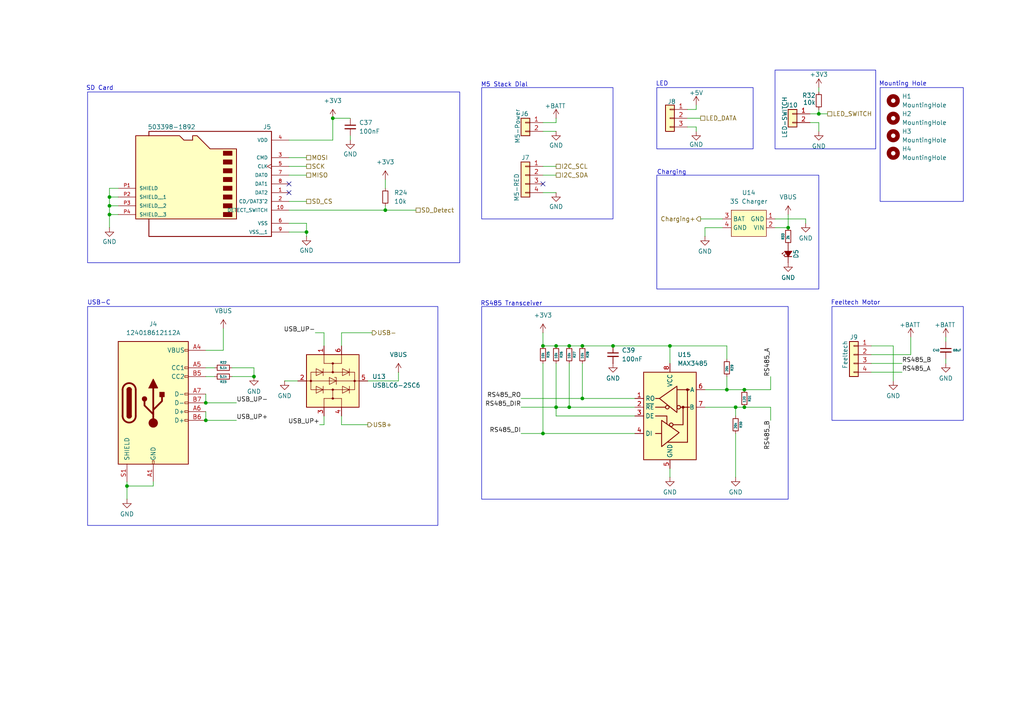
<source format=kicad_sch>
(kicad_sch (version 20250114) (generator "eeschema") (generator_version "9.0")
  (paper "A4")
  (title_block (title "Smart Key Cutter") (date "2025-05-21") (rev "1") (company "Ingenium Engineering Solutions") (comment 1 "Purak Patel"))
  (lib_symbols
    (symbol "Connector_Generic:Conn_01x02" (pin_names (offset 1.016) (hide yes))
      (property "Reference" "J" (at 0 2.54 0))
      (property "Value" "Conn_01x02" (at 0 -5.08 0))
      (symbol "Conn_01x02_1_1"
        (rectangle (start -1.27 1.27) (end 1.27 -3.81) (stroke (width 0.254)) (fill (type background)))
        (rectangle (start -1.27 0.127) (end 0 -0.127) (stroke (width 0.1524)))
        (rectangle (start -1.27 -2.413) (end 0 -2.667) (stroke (width 0.1524)))
        (pin passive line (at -5.08 0 0) (length 3.81) (name "Pin_1") (number "1"))
        (pin passive line (at -5.08 -2.54 0) (length 3.81) (name "Pin_2") (number "2"))
      )
    )
    (symbol "Connector_Generic:Conn_01x03" (pin_names (offset 1.016) (hide yes))
      (property "Reference" "J" (at 0 5.08 0))
      (property "Value" "Conn_01x03" (at 0 -5.08 0))
      (symbol "Conn_01x03_1_1"
        (rectangle (start -1.27 3.81) (end 1.27 -3.81) (stroke (width 0.254)) (fill (type background)))
        (rectangle (start -1.27 2.667) (end 0 2.413) (stroke (width 0.1524)))
        (rectangle (start -1.27 0.127) (end 0 -0.127) (stroke (width 0.1524)))
        (rectangle (start -1.27 -2.413) (end 0 -2.667) (stroke (width 0.1524)))
        (pin passive line (at -5.08 2.54 0) (length 3.81) (name "Pin_1") (number "1"))
        (pin passive line (at -5.08 0 0) (length 3.81) (name "Pin_2") (number "2"))
        (pin passive line (at -5.08 -2.54 0) (length 3.81) (name "Pin_3") (number "3"))
      )
    )
    (symbol "Connector_Generic:Conn_01x04" (pin_names (offset 1.016) (hide yes))
      (property "Reference" "J" (at 0 5.08 0))
      (property "Value" "Conn_01x04" (at 0 -7.62 0))
      (symbol "Conn_01x04_1_1"
        (rectangle (start -1.27 3.81) (end 1.27 -6.35) (stroke (width 0.254)) (fill (type background)))
        (rectangle (start -1.27 2.667) (end 0 2.413) (stroke (width 0.1524)))
        (rectangle (start -1.27 0.127) (end 0 -0.127) (stroke (width 0.1524)))
        (rectangle (start -1.27 -2.413) (end 0 -2.667) (stroke (width 0.1524)))
        (rectangle (start -1.27 -4.953) (end 0 -5.207) (stroke (width 0.1524)))
        (pin passive line (at -5.08 2.54 0) (length 3.81) (name "Pin_1") (number "1"))
        (pin passive line (at -5.08 0 0) (length 3.81) (name "Pin_2") (number "2"))
        (pin passive line (at -5.08 -2.54 0) (length 3.81) (name "Pin_3") (number "3"))
        (pin passive line (at -5.08 -5.08 0) (length 3.81) (name "Pin_4") (number "4"))
      )
    )
    (symbol "Device:C_Small" (pin_numbers (hide yes)) (pin_names (offset 0.254) (hide yes))
      (property "Reference" "C" (at 0.254 1.778 0))
      (property "Value" "C_Small" (at 0.254 -2.032 0))
      (symbol "C_Small_0_1"
        (polyline (pts (xy -1.524 0.508) (xy 1.524 0.508)) (stroke (width 0.3048)))
        (polyline (pts (xy -1.524 -0.508) (xy 1.524 -0.508)) (stroke (width 0.3302)))
      )
      (symbol "C_Small_1_1"
        (pin passive line (at 0 2.54 270) (length 2.032) (name "~") (number "1"))
        (pin passive line (at 0 -2.54 90) (length 2.032) (name "~") (number "2"))
      )
    )
    (symbol "Device:LED_Small_Filled" (pin_numbers (hide yes)) (pin_names (offset 0.254) (hide yes))
      (property "Reference" "D" (at -1.27 3.175 0))
      (property "Value" "LED_Small_Filled" (at -4.445 -2.54 0))
      (symbol "LED_Small_Filled_0_1"
        (polyline (pts (xy -0.762 -1.016) (xy -0.762 1.016)) (stroke (width 0.254)))
        (polyline (pts (xy 0 0.762) (xy -0.508 1.27) (xy -0.254 1.27) (xy -0.508 1.27) (xy -0.508 1.016)))
        (polyline (pts (xy 0.508 1.27) (xy 0 1.778) (xy 0.254 1.778) (xy 0 1.778) (xy 0 1.524)))
        (polyline (pts (xy 0.762 -1.016) (xy -0.762 0) (xy 0.762 1.016) (xy 0.762 -1.016)) (stroke (width 0.254)) (fill (type outline)))
        (polyline (pts (xy 1.016 0) (xy -0.762 0)))
      )
      (symbol "LED_Small_Filled_1_1"
        (pin passive line (at -2.54 0 0) (length 1.778) (name "K") (number "1"))
        (pin passive line (at 2.54 0 180) (length 1.778) (name "A") (number "2"))
      )
    )
    (symbol "Device:R_Small" (pin_numbers (hide yes)) (pin_names (offset 0.254) (hide yes))
      (property "Reference" "R" (at 0.762 0.508 0))
      (property "Value" "R_Small" (at 0.762 -1.016 0))
      (symbol "R_Small_0_1"
        (rectangle (start -0.762 1.778) (end 0.762 -1.778) (stroke (width 0.2032)))
      )
      (symbol "R_Small_1_1"
        (pin passive line (at 0 2.54 270) (length 0.762) (name "~") (number "1"))
        (pin passive line (at 0 -2.54 90) (length 0.762) (name "~") (number "2"))
      )
    )
    (symbol "Ingenium:124018612112A" (pin_names (offset 1.016))
      (property "Reference" "J" (at 18.8976 0.889 0))
      (property "Value" "124018612112A" (at -12.7 -36.83 0))
      (symbol "124018612112A_0_0"
        (rectangle (start 9.906 -35.56) (end 10.414 -34.544))
        (rectangle (start 20.32 -2.286) (end 19.304 -2.794))
        (rectangle (start 20.32 -7.366) (end 19.304 -7.874))
        (rectangle (start 20.32 -9.906) (end 19.304 -10.414))
        (rectangle (start 20.32 -14.986) (end 19.304 -15.494))
        (rectangle (start 20.32 -17.526) (end 19.304 -18.034))
        (rectangle (start 20.32 -20.066) (end 19.304 -20.574))
        (rectangle (start 20.32 -22.606) (end 19.304 -23.114))
        (pin passive line (at 2.54 -40.64 90) (length 5.08) (hide yes) (name "SHIELD__2") (number "S3"))
        (pin passive line (at 2.54 -40.64 90) (length 5.08) (hide yes) (name "SHIELD__3") (number "S4"))
        (pin passive line (at 2.54 -40.64 90) (length 5.08) (hide yes) (name "SHIELD__4") (number "S5"))
        (pin passive line (at 2.54 -40.64 90) (length 5.08) (hide yes) (name "SHIELD__5") (number "S6"))
        (pin no_connect line (at 52.07 -2.54 180) (length 5.08) (hide yes) (name "TX2+") (number "B2"))
        (pin no_connect line (at 52.07 -5.08 180) (length 5.08) (hide yes) (name "TX2-") (number "B3"))
        (pin no_connect line (at 52.07 -7.62 180) (length 5.08) (hide yes) (name "SBU2") (number "B8"))
        (pin no_connect line (at 52.07 -10.16 180) (length 5.08) (hide yes) (name "RX1-") (number "B10"))
        (pin no_connect line (at 52.07 -12.7 180) (length 5.08) (hide yes) (name "RX1+") (number "B11"))
        (pin no_connect line (at 52.07 -15.24 180) (length 5.08) (hide yes) (name "TX1-") (number "A3"))
        (pin no_connect line (at 52.07 -17.78 180) (length 5.08) (hide yes) (name "TX1+") (number "A2"))
        (pin no_connect line (at 52.07 -20.32 180) (length 5.08) (hide yes) (name "RX2+") (number "A11"))
        (pin no_connect line (at 52.07 -22.86 180) (length 5.08) (hide yes) (name "RX2-") (number "A10"))
        (pin no_connect line (at 52.07 -25.4 180) (length 5.08) (hide yes) (name "SBU1") (number "A8"))
      )
      (symbol "124018612112A_0_1"
        (rectangle (start 0 0) (end 20.32 -35.56) (stroke (width 0.254)) (fill (type background)))
        (polyline (pts (xy 1.27 -21.59) (xy 1.27 -13.97)) (stroke (width 0.508)))
        (rectangle (start 2.54 -21.59) (end 3.81 -13.97) (stroke (width 0.254)) (fill (type outline)))
        (arc (start 2.54 -13.97) (mid 3.175 -13.3377) (end 3.81 -13.97) (stroke (width 0.254)))
        (arc (start 2.54 -13.97) (mid 3.175 -13.3377) (end 3.81 -13.97) (stroke (width 0.254)) (fill (type outline)))
        (arc (start 1.27 -13.97) (mid 3.175 -12.0733) (end 5.08 -13.97) (stroke (width 0.508)))
        (arc (start 5.08 -21.59) (mid 3.175 -23.4867) (end 1.27 -21.59) (stroke (width 0.508)))
        (arc (start 3.81 -21.59) (mid 3.175 -22.2223) (end 2.54 -21.59) (stroke (width 0.254)))
        (arc (start 3.81 -21.59) (mid 3.175 -22.2223) (end 2.54 -21.59) (stroke (width 0.254)) (fill (type outline)))
        (polyline (pts (xy 5.08 -13.97) (xy 5.08 -21.59)) (stroke (width 0.508)))
        (circle (center 7.62 -16.637) (radius 0.635) (stroke (width 0.254)) (fill (type outline)))
        (polyline (pts (xy 8.89 -13.462) (xy 10.16 -10.922) (xy 11.43 -13.462) (xy 8.89 -13.462)) (stroke (width 0.254)) (fill (type outline)))
        (polyline (pts (xy 10.16 -19.812) (xy 12.7 -17.272) (xy 12.7 -16.002)) (stroke (width 0.508)))
        (polyline (pts (xy 10.16 -21.082) (xy 7.62 -18.542) (xy 7.62 -17.272)) (stroke (width 0.508)))
        (polyline (pts (xy 10.16 -23.622) (xy 10.16 -13.462)) (stroke (width 0.508)))
        (circle (center 10.16 -23.622) (radius 1.27) (fill (type outline)))
        (rectangle (start 12.065 -16.002) (end 13.335 -14.732) (stroke (width 0.254)) (fill (type outline)))
      )
      (symbol "124018612112A_1_0"
        (pin passive line (at 2.54 -40.64 90) (length 5.08) (hide yes) (name "SHIELD__1") (number "S2"))
      )
      (symbol "124018612112A_1_1"
        (pin passive line (at 2.54 -40.64 90) (length 5.08) (name "SHIELD") (number "S1"))
        (pin passive line (at 10.16 -40.64 90) (length 5.08) (name "GND") (number "A1"))
        (pin passive line (at 10.16 -40.64 90) (length 5.08) (hide yes) (name "GND") (number "A12"))
        (pin passive line (at 10.16 -40.64 90) (length 5.08) (hide yes) (name "GND") (number "B1"))
        (pin passive line (at 10.16 -40.64 90) (length 5.08) (hide yes) (name "GND") (number "B12"))
        (pin passive line (at 25.4 -2.54 180) (length 5.08) (name "VBUS") (number "A4"))
        (pin passive line (at 25.4 -2.54 180) (length 5.08) (hide yes) (name "VBUS") (number "A9"))
        (pin passive line (at 25.4 -2.54 180) (length 5.08) (hide yes) (name "VBUS") (number "B4"))
        (pin passive line (at 25.4 -2.54 180) (length 5.08) (hide yes) (name "VBUS") (number "B9"))
        (pin bidirectional line (at 25.4 -7.62 180) (length 5.08) (name "CC1") (number "A5"))
        (pin bidirectional line (at 25.4 -10.16 180) (length 5.08) (name "CC2") (number "B5"))
        (pin bidirectional line (at 25.4 -15.24 180) (length 5.08) (name "D-") (number "A7"))
        (pin bidirectional line (at 25.4 -17.78 180) (length 5.08) (name "D-") (number "B7"))
        (pin bidirectional line (at 25.4 -20.32 180) (length 5.08) (name "D+") (number "A6"))
        (pin bidirectional line (at 25.4 -22.86 180) (length 5.08) (name "D+") (number "B6"))
      )
    )
    (symbol "Ingenium:503398-1892" (pin_names (offset 1.016))
      (property "Reference" "J" (at 3.3782 0.1778 0))
      (property "Value" "503398-1892" (at 21.463 1.9304 0))
      (symbol "503398-1892_0_0"
        (pin power_in line (at -5.08 -2.54 0) (length 5.08) (name "VDD") (number "4"))
        (pin passive line (at -5.08 -7.62 0) (length 5.08) (name "CMD") (number "3"))
        (pin passive clock (at -5.08 -10.16 0) (length 5.08) (name "CLK") (number "5"))
        (pin passive line (at -5.08 -12.7 0) (length 5.08) (name "DAT0") (number "7"))
        (pin passive line (at -5.08 -15.24 0) (length 5.08) (name "DAT1") (number "8"))
        (pin passive line (at -5.08 -17.78 0) (length 5.08) (name "DAT2") (number "1"))
        (pin passive line (at -5.08 -20.32 0) (length 5.08) (name "CD/DAT3^2") (number "2"))
        (pin passive line (at -5.08 -22.86 0) (length 5.08) (name "DETECT_SWITCH") (number "10"))
        (pin power_in line (at -5.08 -26.67 0) (length 5.08) (name "VSS") (number "6"))
        (pin power_in line (at -5.08 -29.21 0) (length 5.08) (name "VSS__1") (number "9"))
        (pin passive line (at 44.45 -16.51 180) (length 5.08) (name "SHIELD") (number "P1"))
        (pin passive line (at 44.45 -19.05 180) (length 5.08) (name "SHIELD__1") (number "P2"))
        (pin passive line (at 44.45 -21.59 180) (length 5.08) (name "SHIELD__2") (number "P3"))
        (pin passive line (at 44.45 -24.13 180) (length 5.08) (name "SHIELD__3") (number "P4"))
      )
      (symbol "503398-1892_0_1"
        (polyline (pts (xy 10.16 -25.4) (xy 10.16 -5.08) (xy 17.78 -5.08) (xy 21.59 -1.27) (xy 22.86 -1.27) (xy 22.86 -2.54) (xy 25.4 -2.54) (xy 26.67 -1.27) (xy 39.37 -1.27) (xy 39.37 -25.4) (xy 10.16 -25.4)) (stroke (width 0.254)) (fill (type background)))
        (rectangle (start 11.43 -5.715) (end 13.97 -6.985) (fill (type outline)))
        (rectangle (start 11.43 -8.255) (end 13.97 -9.525) (fill (type outline)))
        (rectangle (start 11.43 -10.795) (end 13.97 -12.065) (fill (type outline)))
        (rectangle (start 11.43 -13.335) (end 13.97 -14.605) (fill (type outline)))
        (rectangle (start 11.43 -15.875) (end 13.97 -17.145) (fill (type outline)))
        (rectangle (start 11.43 -18.415) (end 13.97 -19.685) (fill (type outline)))
        (rectangle (start 11.43 -20.955) (end 13.97 -22.225) (fill (type outline)))
        (rectangle (start 11.43 -23.495) (end 13.97 -24.765) (fill (type outline)))
        (polyline (pts (xy 35.56 -1.27) (xy 35.56 0) (xy 0 0) (xy 0 -30.48) (xy 35.56 -30.48) (xy 35.56 -25.4)) (stroke (width 0.254)))
      )
    )
    (symbol "Ingenium:Step-Up_Boost_Module"
      (property "Reference" "U" (at -4.5212 3.5814 0))
      (property "Value" "3S Charger" (at 0.1016 -6.2992 0))
      (symbol "Step-Up_Boost_Module_1_1"
        (rectangle (start -5.08 2.54) (end 5.08 -5.08) (fill (type background)))
        (pin input line (at -7.62 0 0) (length 2.54) (name "BAT") (number "3"))
        (pin input line (at -7.62 -2.54 0) (length 2.54) (name "GND") (number "4"))
        (pin input line (at 7.62 0 180) (length 2.54) (name "GND") (number "1"))
        (pin input line (at 7.62 -2.54 180) (length 2.54) (name "VIN") (number "2"))
      )
    )
    (symbol "Interface_UART:MAX3485"
      (property "Reference" "U" (at -6.985 13.97 0))
      (property "Value" "MAX3485" (at 1.905 13.97 0))
      (symbol "MAX3485_0_1"
        (rectangle (start -7.62 12.7) (end 7.62 -12.7) (stroke (width 0.254)) (fill (type background)))
        (polyline (pts (xy -4.191 2.54) (xy -1.27 2.54)) (stroke (width 0.254)))
        (polyline (pts (xy -4.191 0) (xy -0.889 0) (xy -0.889 -2.286)) (stroke (width 0.254)))
        (polyline (pts (xy -3.175 5.08) (xy -4.191 5.08) (xy -4.064 5.08)) (stroke (width 0.254)))
        (polyline (pts (xy -2.54 -5.08) (xy -4.191 -5.08)) (stroke (width 0.254)))
        (polyline (pts (xy -2.413 -5.08) (xy -2.413 -1.27) (xy 2.667 -4.826) (xy -2.413 -8.89) (xy -2.413 -5.08)) (stroke (width 0.254)))
        (polyline (pts (xy -0.635 -7.62) (xy 5.08 -7.62)) (stroke (width 0.254)))
        (circle (center 0.381 -2.54) (radius 0.508) (stroke (width 0.254)))
        (polyline (pts (xy 0.889 -2.54) (xy 3.81 -2.54)) (stroke (width 0.254)))
        (polyline (pts (xy 2.032 7.62) (xy 5.715 7.62)) (stroke (width 0.254)))
        (polyline (pts (xy 3.048 2.54) (xy 5.715 2.54)) (stroke (width 0.254)))
        (circle (center 3.81 2.54) (radius 0.2794) (stroke (width 0.254)) (fill (type outline)))
        (polyline (pts (xy 3.81 -2.54) (xy 3.81 2.54)) (stroke (width 0.254)))
        (polyline (pts (xy 5.08 -7.62) (xy 5.08 7.62)) (stroke (width 0.254)))
      )
      (symbol "MAX3485_1_1"
        (circle (center -0.762 2.54) (radius 0.508) (stroke (width 0.254)))
        (polyline (pts (xy 2.032 4.826) (xy 2.032 8.636) (xy -3.048 5.08) (xy 2.032 1.016) (xy 2.032 4.826)) (stroke (width 0.254)))
        (circle (center 2.54 2.54) (radius 0.508) (stroke (width 0.254)))
        (circle (center 5.08 7.62) (radius 0.2794) (stroke (width 0.254)) (fill (type outline)))
        (pin output line (at -10.16 5.08 0) (length 2.54) (name "RO") (number "1"))
        (pin input line (at -10.16 2.54 0) (length 2.54) (name "~{RE}") (number "2"))
        (pin input line (at -10.16 0 0) (length 2.54) (name "DE") (number "3"))
        (pin input line (at -10.16 -5.08 0) (length 2.54) (name "DI") (number "4"))
        (pin power_in line (at 0 15.24 270) (length 2.54) (name "VCC") (number "8"))
        (pin power_in line (at 0 -15.24 90) (length 2.54) (name "GND") (number "5"))
        (pin bidirectional line (at 10.16 7.62 180) (length 2.54) (name "A") (number "6"))
        (pin bidirectional line (at 10.16 2.54 180) (length 2.54) (name "B") (number "7"))
      )
    )
    (symbol "Mechanical:MountingHole" (pin_names (offset 1.016)) (in_bom no)
      (property "Reference" "H" (at 0 5.08 0))
      (property "Value" "MountingHole" (at 0 3.175 0))
      (symbol "MountingHole_0_1"
        (circle (center 0 0) (radius 1.27) (stroke (width 1.27)))
      )
    )
    (symbol "Power_Protection:USBLC6-2SC6" (pin_names (hide yes))
      (property "Reference" "U" (at 2.54 8.89 0))
      (property "Value" "USBLC6-2SC6" (at 2.54 -8.89 0))
      (symbol "USBLC6-2SC6_0_1"
        (rectangle (start -7.62 -7.62) (end 7.62 7.62) (stroke (width 0.254)) (fill (type background)))
        (polyline (pts (xy -5.08 2.54) (xy -7.62 2.54)))
        (circle (center -5.08 0) (radius 0.254) (fill (type outline)))
        (polyline (pts (xy -5.08 0) (xy -5.08 -2.54)))
        (polyline (pts (xy -5.08 -2.54) (xy -7.62 -2.54)))
        (polyline (pts (xy -3.556 2.794) (xy -1.524 2.794) (xy -2.54 4.826) (xy -3.556 2.794)))
        (polyline (pts (xy -3.556 -4.826) (xy -1.524 -4.826) (xy -2.54 -2.794) (xy -3.556 -4.826)))
        (rectangle (start -2.54 6.35) (end 2.54 -6.35))
        (circle (center -2.54 0) (radius 0.254) (fill (type outline)))
        (polyline (pts (xy -2.54 0) (xy -5.08 0) (xy -5.08 2.54)))
        (polyline (pts (xy -1.524 4.826) (xy -3.556 4.826)))
        (polyline (pts (xy -1.524 -2.794) (xy -3.556 -2.794)))
        (polyline (pts (xy -1.016 -1.016) (xy 1.016 -1.016) (xy 0 1.016) (xy -1.016 -1.016)))
        (circle (center 0 6.35) (radius 0.254) (fill (type outline)))
        (polyline (pts (xy 0 6.35) (xy 0 7.62)))
        (polyline (pts (xy 0 1.27) (xy 0 6.35)))
        (polyline (pts (xy 0 -6.35) (xy 0 1.27)))
        (circle (center 0 -6.35) (radius 0.254) (fill (type outline)))
        (polyline (pts (xy 0 -7.62) (xy 0 -6.35)))
        (polyline (pts (xy 1.016 1.016) (xy 0.762 1.016) (xy -1.016 1.016) (xy -1.016 0.508)))
        (polyline (pts (xy 1.524 4.826) (xy 3.556 4.826)))
        (polyline (pts (xy 1.524 -2.794) (xy 3.556 -2.794)))
        (polyline (pts (xy 2.54 0) (xy 5.08 0) (xy 5.08 2.54)))
        (circle (center 2.54 0) (radius 0.254) (fill (type outline)))
        (polyline (pts (xy 3.556 2.794) (xy 1.524 2.794) (xy 2.54 4.826) (xy 3.556 2.794)))
        (polyline (pts (xy 3.556 -4.826) (xy 1.524 -4.826) (xy 2.54 -2.794) (xy 3.556 -4.826)))
        (polyline (pts (xy 5.08 2.54) (xy 7.62 2.54)))
        (polyline (pts (xy 5.08 0) (xy 5.08 -2.54)))
        (circle (center 5.08 0) (radius 0.254) (fill (type outline)))
        (polyline (pts (xy 5.08 -2.54) (xy 7.62 -2.54)))
      )
      (symbol "USBLC6-2SC6_1_1"
        (pin passive line (at -10.16 2.54 0) (length 2.54) (name "I/O1") (number "6"))
        (pin passive line (at -10.16 -2.54 0) (length 2.54) (name "I/O1") (number "1"))
        (pin passive line (at 0 10.16 270) (length 2.54) (name "VBUS") (number "5"))
        (pin passive line (at 0 -10.16 90) (length 2.54) (name "GND") (number "2"))
        (pin passive line (at 10.16 2.54 180) (length 2.54) (name "I/O2") (number "4"))
        (pin passive line (at 10.16 -2.54 180) (length 2.54) (name "I/O2") (number "3"))
      )
    )
    (symbol "power:+3V3" (power) (pin_numbers (hide yes)) (pin_names (offset 0) (hide yes))
      (property "Value" "+3V3" (at 0 3.556 0))
      (symbol "+3V3_0_1"
        (polyline (pts (xy -0.762 1.27) (xy 0 2.54)))
        (polyline (pts (xy 0 2.54) (xy 0.762 1.27)))
        (polyline (pts (xy 0 0) (xy 0 2.54)))
      )
      (symbol "+3V3_1_1"
        (pin power_in line (at 0 0 90) (length 0) (name "~") (number "1"))
      )
    )
    (symbol "power:+5V" (power) (pin_numbers (hide yes)) (pin_names (offset 0) (hide yes))
      (property "Value" "+5V" (at 0 3.556 0))
      (symbol "+5V_0_1"
        (polyline (pts (xy -0.762 1.27) (xy 0 2.54)))
        (polyline (pts (xy 0 2.54) (xy 0.762 1.27)))
        (polyline (pts (xy 0 0) (xy 0 2.54)))
      )
      (symbol "+5V_1_1"
        (pin power_in line (at 0 0 90) (length 0) (name "~") (number "1"))
      )
    )
    (symbol "power:+BATT" (power) (pin_numbers (hide yes)) (pin_names (offset 0) (hide yes))
      (property "Value" "+BATT" (at 0 3.556 0))
      (symbol "+BATT_0_1"
        (polyline (pts (xy -0.762 1.27) (xy 0 2.54)))
        (polyline (pts (xy 0 2.54) (xy 0.762 1.27)))
        (polyline (pts (xy 0 0) (xy 0 2.54)))
      )
      (symbol "+BATT_1_1"
        (pin power_in line (at 0 0 90) (length 0) (name "~") (number "1"))
      )
    )
    (symbol "power:GND" (power) (pin_numbers (hide yes)) (pin_names (offset 0) (hide yes))
      (property "Value" "GND" (at 0 -3.81 0))
      (symbol "GND_0_1"
        (polyline (pts (xy 0 0) (xy 0 -1.27) (xy 1.27 -1.27) (xy 0 -2.54) (xy -1.27 -1.27) (xy 0 -1.27)))
      )
      (symbol "GND_1_1"
        (pin power_in line (at 0 0 270) (length 0) (name "~") (number "1"))
      )
    )
    (symbol "power:VBUS" (power) (pin_numbers (hide yes)) (pin_names (offset 0) (hide yes))
      (property "Value" "VBUS" (at 0 3.556 0))
      (symbol "VBUS_0_1"
        (polyline (pts (xy -0.762 1.27) (xy 0 2.54)))
        (polyline (pts (xy 0 2.54) (xy 0.762 1.27)))
        (polyline (pts (xy 0 0) (xy 0 2.54)))
      )
      (symbol "VBUS_1_1"
        (pin power_in line (at 0 0 90) (length 0) (name "~") (number "1"))
      )
    )
  )
  (rectangle (start 224.79 20.32) (end 254 43.18))
  (rectangle (start 139.7 88.9) (end 228.6 144.78))
  (rectangle (start 190.5 25.4) (end 218.44 43.18))
  (rectangle (start 241.3 88.9) (end 279.4 121.92))
  (rectangle (start 25.4 26.67) (end 133.35 76.2))
  (rectangle (start 139.7 25.4) (end 177.8 63.5))
  (rectangle (start 190.5 50.8) (end 237.49 83.82))
  (rectangle (start 25.4 88.9) (end 127 152.4))
  (rectangle (start 255.27 25.4) (end 279.4 58.42))
  (text "LED" (at 192.024 24.384 0) (effects (font (size 1.27 1.27))))
  (text "Charging" (at 194.818 50.038 0) (effects (font (size 1.27 1.27))))
  (text "RS485 Transceiver" (at 148.336 88.138 0) (effects (font (size 1.27 1.27))))
  (text "SD Card" (at 28.956 25.654 0) (effects (font (size 1.27 1.27))))
  (text "USB-C" (at 28.702 87.884 0) (effects (font (size 1.27 1.27))))
  (text "M5 Stack Dial" (at 146.304 24.638 0) (effects (font (size 1.27 1.27))))
  (text "Mounting Hole" (at 261.874 24.384 0) (effects (font (size 1.27 1.27))))
  (text "Feeltech Motor" (at 248.158 87.884 0) (effects (font (size 1.27 1.27))))
  (junction (at 215.9 118.11))
  (junction (at 168.91 115.57))
  (junction (at 168.91 100.33))
  (junction (at 165.1 118.11))
  (junction (at 194.31 100.33))
  (junction (at 161.29 118.11))
  (junction (at 228.6 66.04))
  (junction (at 36.83 140.97))
  (junction (at 161.29 100.33))
  (junction (at 157.48 100.33))
  (junction (at 59.69 121.92))
  (junction (at 237.49 33.02))
  (junction (at 177.8 100.33))
  (junction (at 165.1 100.33))
  (junction (at 215.9 113.03))
  (junction (at 31.75 59.69))
  (junction (at 88.9 67.31))
  (junction (at 31.75 57.15))
  (junction (at 111.76 60.96))
  (junction (at 73.66 109.22))
  (junction (at 157.48 125.73))
  (junction (at 31.75 62.23))
  (junction (at 96.52 34.29))
  (junction (at 210.82 113.03))
  (junction (at 59.69 116.84))
  (junction (at 213.36 118.11))
  (no_connect (at 83.82 53.34))
  (no_connect (at 83.82 55.88))
  (no_connect (at 157.48 53.34))
  (wire (pts (xy 161.29 35.56) (xy 157.48 35.56)))
  (wire (pts (xy 59.69 116.84) (xy 68.58 116.84)))
  (wire (pts (xy 224.79 66.04) (xy 228.6 66.04)))
  (wire (pts (xy 59.69 114.3) (xy 59.69 116.84)))
  (wire (pts (xy 82.55 110.49) (xy 86.36 110.49)))
  (wire (pts (xy 168.91 115.57) (xy 184.15 115.57)))
  (wire (pts (xy 73.66 106.68) (xy 73.66 109.22)))
  (wire (pts (xy 83.82 58.42) (xy 88.9 58.42)))
  (wire (pts (xy 165.1 100.33) (xy 161.29 100.33)))
  (wire (pts (xy 237.49 26.67) (xy 237.49 25.4)))
  (wire (pts (xy 161.29 118.11) (xy 161.29 120.65)))
  (wire (pts (xy 111.76 52.07) (xy 111.76 54.61)))
  (wire (pts (xy 161.29 118.11) (xy 165.1 118.11)))
  (wire (pts (xy 213.36 118.11) (xy 213.36 120.65)))
  (wire (pts (xy 99.06 100.33) (xy 99.06 96.52)))
  (wire (pts (xy 64.77 101.6) (xy 59.69 101.6)))
  (wire (pts (xy 36.83 140.97) (xy 44.45 140.97)))
  (wire (pts (xy 36.83 139.7) (xy 36.83 140.97)))
  (wire (pts (xy 204.47 66.04) (xy 209.55 66.04)))
  (wire (pts (xy 233.68 63.5) (xy 224.79 63.5)))
  (wire (pts (xy 233.68 64.77) (xy 233.68 63.5)))
  (wire (pts (xy 83.82 40.64) (xy 96.52 40.64)))
  (wire (pts (xy 223.52 109.22) (xy 223.52 113.03)))
  (wire (pts (xy 168.91 100.33) (xy 165.1 100.33)))
  (wire (pts (xy 213.36 125.73) (xy 213.36 138.43)))
  (wire (pts (xy 237.49 33.02) (xy 240.03 33.02)))
  (wire (pts (xy 115.57 107.95) (xy 115.57 110.49)))
  (wire (pts (xy 203.2 34.29) (xy 199.39 34.29)))
  (wire (pts (xy 151.13 115.57) (xy 168.91 115.57)))
  (wire (pts (xy 96.52 34.29) (xy 96.52 40.64)))
  (wire (pts (xy 184.15 125.73) (xy 157.48 125.73)))
  (wire (pts (xy 157.48 50.8) (xy 161.29 50.8)))
  (wire (pts (xy 96.52 34.29) (xy 101.6 34.29)))
  (wire (pts (xy 157.48 96.52) (xy 157.48 100.33)))
  (wire (pts (xy 161.29 34.29) (xy 161.29 35.56)))
  (wire (pts (xy 93.98 96.52) (xy 93.98 100.33)))
  (wire (pts (xy 237.49 33.02) (xy 237.49 31.75)))
  (wire (pts (xy 213.36 118.11) (xy 215.9 118.11)))
  (wire (pts (xy 157.48 55.88) (xy 161.29 55.88)))
  (wire (pts (xy 177.8 100.33) (xy 194.31 100.33)))
  (wire (pts (xy 106.68 123.19) (xy 99.06 123.19)))
  (wire (pts (xy 161.29 100.33) (xy 157.48 100.33)))
  (wire (pts (xy 237.49 35.56) (xy 234.95 35.56)))
  (wire (pts (xy 99.06 96.52) (xy 107.95 96.52)))
  (wire (pts (xy 264.16 102.87) (xy 252.73 102.87)))
  (wire (pts (xy 31.75 54.61) (xy 34.29 54.61)))
  (wire (pts (xy 31.75 62.23) (xy 31.75 59.69)))
  (wire (pts (xy 83.82 50.8) (xy 88.9 50.8)))
  (wire (pts (xy 161.29 105.41) (xy 161.29 118.11)))
  (wire (pts (xy 210.82 100.33) (xy 194.31 100.33)))
  (wire (pts (xy 91.44 96.52) (xy 93.98 96.52)))
  (wire (pts (xy 259.08 100.33) (xy 252.73 100.33)))
  (wire (pts (xy 99.06 120.65) (xy 99.06 123.19)))
  (wire (pts (xy 223.52 118.11) (xy 223.52 121.92)))
  (wire (pts (xy 83.82 45.72) (xy 88.9 45.72)))
  (wire (pts (xy 44.45 140.97) (xy 44.45 139.7)))
  (wire (pts (xy 259.08 110.49) (xy 259.08 100.33)))
  (wire (pts (xy 274.32 105.41) (xy 274.32 104.14)))
  (wire (pts (xy 151.13 118.11) (xy 161.29 118.11)))
  (wire (pts (xy 234.95 33.02) (xy 237.49 33.02)))
  (wire (pts (xy 59.69 106.68) (xy 62.23 106.68)))
  (wire (pts (xy 101.6 40.64) (xy 101.6 39.37)))
  (wire (pts (xy 194.31 138.43) (xy 194.31 135.89)))
  (wire (pts (xy 67.31 109.22) (xy 73.66 109.22)))
  (wire (pts (xy 184.15 118.11) (xy 165.1 118.11)))
  (wire (pts (xy 157.48 48.26) (xy 161.29 48.26)))
  (wire (pts (xy 59.69 119.38) (xy 59.69 121.92)))
  (wire (pts (xy 115.57 110.49) (xy 106.68 110.49)))
  (wire (pts (xy 83.82 60.96) (xy 111.76 60.96)))
  (wire (pts (xy 228.6 62.23) (xy 228.6 66.04)))
  (wire (pts (xy 64.77 95.25) (xy 64.77 101.6)))
  (wire (pts (xy 88.9 67.31) (xy 83.82 67.31)))
  (wire (pts (xy 237.49 38.1) (xy 237.49 35.56)))
  (wire (pts (xy 252.73 107.95) (xy 261.62 107.95)))
  (wire (pts (xy 67.31 106.68) (xy 73.66 106.68)))
  (wire (pts (xy 157.48 105.41) (xy 157.48 125.73)))
  (wire (pts (xy 201.93 30.48) (xy 201.93 31.75)))
  (wire (pts (xy 194.31 100.33) (xy 194.31 105.41)))
  (wire (pts (xy 204.47 66.04) (xy 204.47 68.58)))
  (wire (pts (xy 31.75 59.69) (xy 34.29 59.69)))
  (wire (pts (xy 252.73 105.41) (xy 261.62 105.41)))
  (wire (pts (xy 215.9 118.11) (xy 223.52 118.11)))
  (wire (pts (xy 168.91 100.33) (xy 177.8 100.33)))
  (wire (pts (xy 111.76 60.96) (xy 120.65 60.96)))
  (wire (pts (xy 274.32 99.06) (xy 274.32 97.79)))
  (wire (pts (xy 83.82 64.77) (xy 88.9 64.77)))
  (wire (pts (xy 165.1 105.41) (xy 165.1 118.11)))
  (wire (pts (xy 92.71 123.19) (xy 93.98 123.19)))
  (wire (pts (xy 93.98 120.65) (xy 93.98 123.19)))
  (wire (pts (xy 201.93 31.75) (xy 199.39 31.75)))
  (wire (pts (xy 36.83 140.97) (xy 36.83 144.78)))
  (wire (pts (xy 59.69 121.92) (xy 68.58 121.92)))
  (wire (pts (xy 210.82 104.14) (xy 210.82 100.33)))
  (wire (pts (xy 204.47 113.03) (xy 210.82 113.03)))
  (wire (pts (xy 157.48 38.1) (xy 161.29 38.1)))
  (wire (pts (xy 151.13 125.73) (xy 157.48 125.73)))
  (wire (pts (xy 31.75 59.69) (xy 31.75 57.15)))
  (wire (pts (xy 204.47 118.11) (xy 213.36 118.11)))
  (wire (pts (xy 161.29 120.65) (xy 184.15 120.65)))
  (wire (pts (xy 264.16 97.79) (xy 264.16 102.87)))
  (wire (pts (xy 210.82 113.03) (xy 215.9 113.03)))
  (wire (pts (xy 203.2 63.5) (xy 209.55 63.5)))
  (wire (pts (xy 111.76 59.69) (xy 111.76 60.96)))
  (wire (pts (xy 31.75 62.23) (xy 34.29 62.23)))
  (wire (pts (xy 168.91 105.41) (xy 168.91 115.57)))
  (wire (pts (xy 31.75 66.04) (xy 31.75 62.23)))
  (wire (pts (xy 88.9 64.77) (xy 88.9 67.31)))
  (wire (pts (xy 201.93 36.83) (xy 199.39 36.83)))
  (wire (pts (xy 88.9 68.58) (xy 88.9 67.31)))
  (wire (pts (xy 215.9 113.03) (xy 223.52 113.03)))
  (wire (pts (xy 83.82 48.26) (xy 88.9 48.26)))
  (wire (pts (xy 59.69 109.22) (xy 62.23 109.22)))
  (wire (pts (xy 201.93 38.1) (xy 201.93 36.83)))
  (wire (pts (xy 31.75 57.15) (xy 31.75 54.61)))
  (wire (pts (xy 210.82 109.22) (xy 210.82 113.03)))
  (wire (pts (xy 31.75 57.15) (xy 34.29 57.15)))
  (label "USB_UP+" (at 92.71 123.19 180))
  (label "USB_UP-" (at 91.44 96.52 180))
  (label "RS485_RO" (at 151.13 115.57 180))
  (label "RS485_B" (at 261.62 105.41 0))
  (label "USB_UP+" (at 68.58 121.92 0))
  (label "RS485_DI" (at 151.13 125.73 180))
  (label "USB_UP-" (at 68.58 116.84 0))
  (label "RS485_B" (at 223.52 121.92 270))
  (label "RS485_DIR" (at 151.13 118.11 180))
  (label "RS485_A" (at 223.52 109.22 90))
  (label "RS485_A" (at 261.62 107.95 0))
  (hierarchical_label "LED_SWITCH" (shape passive) (at 240.03 33.02 0))
  (hierarchical_label "MOSI" (shape passive) (at 88.9 45.72 0))
  (hierarchical_label "I2C_SCL" (shape passive) (at 161.29 48.26 0))
  (hierarchical_label "I2C_SDA" (shape passive) (at 161.29 50.8 0))
  (hierarchical_label "SD_CS" (shape passive) (at 88.9 58.42 0))
  (hierarchical_label "USB-" (shape output) (at 107.95 96.52 0))
  (hierarchical_label "SCK" (shape passive) (at 88.9 48.26 0))
  (hierarchical_label "MISO" (shape passive) (at 88.9 50.8 0))
  (hierarchical_label "USB+" (shape output) (at 106.68 123.19 0))
  (hierarchical_label "SD_Detect" (shape passive) (at 120.65 60.96 0))
  (hierarchical_label "Charging+" (shape output) (at 203.2 63.5 180))
  (hierarchical_label "LED_DATA" (shape passive) (at 203.2 34.29 0))
  (symbol (lib_id "power:VBUS") (at 64.77 95.25 0) (unit 1)
    (property "Reference" "#PWR081" (effects (hide yes)))
    (property "Value" "VBUS" (at 64.77 90.17 0))
    (property "Description" "Power symbol creates a global label with name \"VBUS\"" (effects (hide yes)))
  )
  (symbol (lib_id "power:+BATT") (at 274.32 97.79 0) (unit 1)
    (property "Reference" "#PWR0103" (effects (hide yes)))
    (property "Value" "+BATT" (at 274.066 94.234 0))
    (property "Description" "Power symbol creates a global label with name \"+BATT\"" (effects (hide yes)))
  )
  (symbol (lib_id "power:VBUS") (at 115.57 107.95 0) (unit 1)
    (property "Reference" "#PWR088" (effects (hide yes)))
    (property "Value" "VBUS" (at 115.57 102.87 0))
    (property "Description" "Power symbol creates a global label with name \"VBUS\"" (effects (hide yes)))
  )
  (symbol (lib_id "power:GND") (at 36.83 144.78 0) (unit 1)
    (property "Reference" "#PWR080" (effects (hide yes)))
    (property "Value" "GND" (at 36.83 149.098 0))
    (property "Description" "Power symbol creates a global label with name \"GND\" , ground" (effects (hide yes)))
  )
  (symbol (lib_id "power:GND") (at 73.66 109.22 0) (unit 1)
    (property "Reference" "#PWR082" (effects (hide yes)))
    (property "Value" "GND" (at 73.66 113.538 0))
    (property "Description" "Power symbol creates a global label with name \"GND\" , ground" (effects (hide yes)))
  )
  (symbol (lib_id "power:GND") (at 201.93 38.1 0) (unit 1)
    (property "Reference" "#PWR096" (effects (hide yes)))
    (property "Value" "GND" (at 201.93 41.91 0))
    (property "Description" "Power symbol creates a global label with name \"GND\" , ground" (effects (hide yes)))
  )
  (symbol (lib_id "power:+BATT") (at 161.29 34.29 0) (unit 1)
    (property "Reference" "#PWR090" (effects (hide yes)))
    (property "Value" "+BATT" (at 161.036 30.734 0))
    (property "Description" "Power symbol creates a global label with name \"+BATT\"" (effects (hide yes)))
  )
  (symbol (lib_id "power:GND") (at 274.32 105.41 0) (unit 1)
    (property "Reference" "#PWR0104" (effects (hide yes)))
    (property "Value" "GND" (at 274.32 109.728 0))
    (property "Description" "Power symbol creates a global label with name \"GND\" , ground" (effects (hide yes)))
  )
  (symbol (lib_id "Device:R_Small") (at 161.29 102.87 180) (unit 1)
    (property "Reference" "R26" (at 162.814 102.87 90) (effects (font (size 0.635 0.635))))
    (property "Value" "10k" (at 161.29 103.124 90) (effects (font (size 0.635 0.635))))
    (property "Footprint" "Resistor_SMD:R_0402_1005Metric" (effects (hide yes)))
    (property "Description" "Resistor, small symbol" (effects (hide yes)))
  )
  (symbol (lib_id "power:+3V3") (at 96.52 34.29 0) (unit 1)
    (property "Reference" "#PWR085" (effects (hide yes)))
    (property "Value" "+3V3" (at 96.52 29.21 0))
    (property "Description" "Power symbol creates a global label with name \"+3V3\"" (effects (hide yes)))
  )
  (symbol (lib_id "Connector_Generic:Conn_01x02") (at 152.4 35.56 0) (mirror y) (unit 1)
    (property "Reference" "J6" (at 152.146 33.02 0))
    (property "Value" "M5-Power" (at 150.114 36.576 90))
    (property "Footprint" "Connector_JST:JST_XH_S2B-XH-A_1x02_P2.50mm_Horizontal" (effects (hide yes)))
    (property "Description" "Generic connector, single row, 01x02, script generated (kicad-library-utils/schlib/autogen/connector/)" (effects (hide yes)))
  )
  (symbol (lib_id "power:GND") (at 31.75 66.04 0) (unit 1)
    (property "Reference" "#PWR079" (effects (hide yes)))
    (property "Value" "GND" (at 31.75 70.104 0))
    (property "Description" "Power symbol creates a global label with name \"GND\" , ground" (effects (hide yes)))
  )
  (symbol (lib_id "Device:C_Small") (at 177.8 102.87 0) (unit 1)
    (property "Reference" "C39" (at 180.34 101.6062 0) (effects (justify left)))
    (property "Value" "100nF" (at 180.34 104.1462 0) (effects (justify left)))
    (property "Footprint" "Capacitor_SMD:C_0402_1005Metric_Pad0.74x0.62mm_HandSolder" (effects (hide yes)))
    (property "Description" "Unpolarized capacitor, small symbol" (effects (hide yes)))
  )
  (symbol (lib_id "Ingenium:Step-Up_Boost_Module") (at 217.17 63.5 0) (unit 1)
    (property "Reference" "U14" (at 217.17 55.88 0))
    (property "Value" "3S Charger" (at 217.17 58.42 0))
    (property "Footprint" "Ingenium:Type C BMS 3S 2A" (effects (hide yes)))
    (property "Datasheet" "https://www.aliexpress.com/item/1005007752669376.html?spm=a2g0o.cart.0.0.852938daEZ1DRh&mp=1&pdp_npi=5%40dis%21NZD%21NZD%201.04%21NZD%200.73%21%21NZD%200.73%21%21%21%4021030ea417476186718656007ee94b%2112000042089881497%21ct%21NZ%216331760048%21%211%210" (effects (hide yes)))
  )
  (symbol (lib_id "power:GND") (at 161.29 55.88 0) (unit 1)
    (property "Reference" "#PWR092" (effects (hide yes)))
    (property "Value" "GND" (at 161.29 59.944 0))
    (property "Description" "Power symbol creates a global label with name \"GND\" , ground" (effects (hide yes)))
  )
  (symbol (lib_id "power:+3V3") (at 237.49 25.4 0) (unit 1)
    (property "Reference" "#PWR043" (effects (hide yes)))
    (property "Value" "+3V3" (at 237.49 21.59 0))
    (property "Description" "Power symbol creates a global label with name \"+3V3\"" (effects (hide yes)))
  )
  (symbol (lib_id "power:GND") (at 204.47 68.58 0) (unit 1)
    (property "Reference" "#PWR089" (effects (hide yes)))
    (property "Value" "GND" (at 204.47 72.898 0))
    (property "Description" "Power symbol creates a global label with name \"GND\" , ground" (effects (hide yes)))
  )
  (symbol (lib_id "Device:LED_Small_Filled") (at 228.6 73.66 90) (unit 1)
    (property "Reference" "D5" (at 230.886 73.66 0))
    (property "Value" "1.8V" (effects (hide yes)))
    (property "Footprint" "LED_SMD:LED_0402_1005Metric" (effects (hide yes)))
    (property "Description" "Light emitting diode, small symbol, filled shape" (effects (hide yes)))
    (property "JLCPCB Part #" "C397045" (effects (hide yes)))
  )
  (symbol (lib_id "Device:R_Small") (at 228.6 68.58 0) (mirror x) (unit 1)
    (property "Reference" "R33" (at 227.076 68.58 90) (effects (font (size 0.635 0.635))))
    (property "Value" "2k" (at 228.6 68.834 90) (effects (font (size 0.635 0.635))))
    (property "Footprint" "Resistor_SMD:R_0402_1005Metric" (effects (hide yes)))
    (property "Description" "Resistor, small symbol" (effects (hide yes)))
  )
  (symbol (lib_id "Device:R_Small") (at 168.91 102.87 180) (unit 1)
    (property "Reference" "R28" (at 170.434 102.87 90) (effects (font (size 0.635 0.635))))
    (property "Value" "10k" (at 168.91 103.124 90) (effects (font (size 0.635 0.635))))
    (property "Footprint" "Resistor_SMD:R_0402_1005Metric" (effects (hide yes)))
    (property "Description" "Resistor, small symbol" (effects (hide yes)))
  )
  (symbol (lib_id "Device:R_Small") (at 64.77 106.68 90) (mirror x) (unit 1)
    (property "Reference" "R22" (at 64.77 105.156 90) (effects (font (size 0.635 0.635))))
    (property "Value" "5.1k" (at 64.77 106.68 90) (effects (font (size 0.635 0.635))))
    (property "Footprint" "Resistor_SMD:R_0402_1005Metric" (effects (hide yes)))
    (property "Description" "Resistor, small symbol" (effects (hide yes)))
  )
  (symbol (lib_id "Device:R_Small") (at 165.1 102.87 180) (unit 1)
    (property "Reference" "R27" (at 166.624 102.87 90) (effects (font (size 0.635 0.635))))
    (property "Value" "10k" (at 165.1 103.124 90) (effects (font (size 0.635 0.635))))
    (property "Footprint" "Resistor_SMD:R_0402_1005Metric" (effects (hide yes)))
    (property "Description" "Resistor, small symbol" (effects (hide yes)))
  )
  (symbol (lib_id "power:GND") (at 194.31 138.43 0) (unit 1)
    (property "Reference" "#PWR099" (effects (hide yes)))
    (property "Value" "GND" (at 194.31 142.748 0))
    (property "Description" "Power symbol creates a global label with name \"GND\" , ground" (effects (hide yes)))
  )
  (symbol (lib_id "Mechanical:MountingHole") (at 259.08 44.45 0) (unit 1) (in_bom no)
    (property "Reference" "H4" (at 261.62 43.1799 0) (effects (justify left)))
    (property "Value" "MountingHole" (at 261.62 45.7199 0) (effects (justify left)))
    (property "Footprint" "MountingHole:MountingHole_3.2mm_M3" (effects (hide yes)))
    (property "Description" "Mounting Hole without connection" (effects (hide yes)))
  )
  (symbol (lib_id "power:GND") (at 82.55 110.49 0) (unit 1)
    (property "Reference" "#PWR037" (effects (hide yes)))
    (property "Value" "GND" (at 82.55 114.808 0))
    (property "Description" "Power symbol creates a global label with name \"GND\" , ground" (effects (hide yes)))
  )
  (symbol (lib_id "Device:R_Small") (at 237.49 29.21 0) (unit 1)
    (property "Reference" "R32" (at 232.664 27.686 0) (effects (justify left)))
    (property "Value" "10k" (at 232.918 29.718 0) (effects (justify left)))
    (property "Footprint" "Resistor_SMD:R_0402_1005Metric" (effects (hide yes)))
    (property "Description" "Resistor, small symbol" (effects (hide yes)))
  )
  (symbol (lib_id "Device:C_Small") (at 101.6 36.83 0) (unit 1)
    (property "Reference" "C37" (at 104.14 35.5662 0) (effects (justify left)))
    (property "Value" "100nF" (at 104.14 38.1062 0) (effects (justify left)))
    (property "Footprint" "Capacitor_SMD:C_0402_1005Metric" (effects (hide yes)))
    (property "Description" "Unpolarized capacitor, small symbol" (effects (hide yes)))
  )
  (symbol (lib_id "Device:R_Small") (at 157.48 102.87 180) (unit 1)
    (property "Reference" "R25" (at 159.004 102.87 90) (effects (font (size 0.635 0.635))))
    (property "Value" "10k" (at 157.48 103.124 90) (effects (font (size 0.635 0.635))))
    (property "Footprint" "Resistor_SMD:R_0402_1005Metric" (effects (hide yes)))
    (property "Description" "Resistor, small symbol" (effects (hide yes)))
  )
  (symbol (lib_id "Connector_Generic:Conn_01x04") (at 152.4 50.8 0) (mirror y) (unit 1)
    (property "Reference" "J7" (at 152.4 45.72 0))
    (property "Value" "M5-RED" (at 149.86 54.356 90))
    (property "Footprint" "Connector_JST:JST_PH_S4B-PH-K_1x04_P2.00mm_Horizontal" (effects (hide yes)))
    (property "Description" "Generic connector, single row, 01x04, script generated (kicad-library-utils/schlib/autogen/connector/)" (effects (hide yes)))
  )
  (symbol (lib_id "Mechanical:MountingHole") (at 259.08 34.29 0) (unit 1) (in_bom no)
    (property "Reference" "H2" (at 261.62 33.0199 0) (effects (justify left)))
    (property "Value" "MountingHole" (at 261.62 35.5599 0) (effects (justify left)))
    (property "Footprint" "MountingHole:MountingHole_3.2mm_M3" (effects (hide yes)))
    (property "Description" "Mounting Hole without connection" (effects (hide yes)))
  )
  (symbol (lib_id "power:GND") (at 88.9 68.58 0) (unit 1)
    (property "Reference" "#PWR084" (effects (hide yes)))
    (property "Value" "GND" (at 88.9 72.644 0))
    (property "Description" "Power symbol creates a global label with name \"GND\" , ground" (effects (hide yes)))
  )
  (symbol (lib_id "Connector_Generic:Conn_01x02") (at 229.87 33.02 0) (mirror y) (unit 1)
    (property "Reference" "J10" (at 229.616 30.48 0))
    (property "Value" "LED-SWITCH" (at 227.584 34.036 90))
    (property "Footprint" "Connector_JST:JST_XH_S2B-XH-A_1x02_P2.50mm_Horizontal" (effects (hide yes)))
    (property "Description" "Generic connector, single row, 01x02, script generated (kicad-library-utils/schlib/autogen/connector/)" (effects (hide yes)))
  )
  (symbol (lib_id "power:GND") (at 259.08 110.49 0) (unit 1)
    (property "Reference" "#PWR0101" (effects (hide yes)))
    (property "Value" "GND" (at 259.08 114.808 0))
    (property "Description" "Power symbol creates a global label with name \"GND\" , ground" (effects (hide yes)))
  )
  (symbol (lib_id "power:VBUS") (at 228.6 62.23 0) (unit 1)
    (property "Reference" "#PWR093" (effects (hide yes)))
    (property "Value" "VBUS" (at 228.6 57.15 0))
    (property "Description" "Power symbol creates a global label with name \"VBUS\"" (effects (hide yes)))
  )
  (symbol (lib_id "power:GND") (at 233.68 64.77 0) (unit 1)
    (property "Reference" "#PWR094" (effects (hide yes)))
    (property "Value" "GND" (at 233.68 69.088 0))
    (property "Description" "Power symbol creates a global label with name \"GND\" , ground" (effects (hide yes)))
  )
  (symbol (lib_id "power:GND") (at 101.6 40.64 0) (unit 1)
    (property "Reference" "#PWR086" (effects (hide yes)))
    (property "Value" "GND" (at 101.6 44.704 0))
    (property "Description" "Power symbol creates a global label with name \"GND\" , ground" (effects (hide yes)))
  )
  (symbol (lib_id "power:GND") (at 237.49 38.1 0) (unit 1)
    (property "Reference" "#PWR041" (effects (hide yes)))
    (property "Value" "GND" (at 237.49 42.418 0))
    (property "Description" "Power symbol creates a global label with name \"GND\" , ground" (effects (hide yes)))
  )
  (symbol (lib_id "Device:R_Small") (at 215.9 115.57 180) (unit 1)
    (property "Reference" "R31" (at 217.424 115.57 90) (effects (font (size 0.635 0.635))))
    (property "Value" "120" (at 215.9 115.824 90) (effects (font (size 0.635 0.635))))
    (property "Footprint" "Resistor_SMD:R_0402_1005Metric" (effects (hide yes)))
    (property "Description" "Resistor, small symbol" (effects (hide yes)))
  )
  (symbol (lib_id "power:+5V") (at 201.93 30.48 0) (unit 1)
    (property "Reference" "#PWR095" (effects (hide yes)))
    (property "Value" "+5V" (at 201.93 26.924 0))
    (property "Description" "Power symbol creates a global label with name \"+5V\"" (effects (hide yes)))
  )
  (symbol (lib_id "power:+BATT") (at 264.16 97.79 0) (unit 1)
    (property "Reference" "#PWR0102" (effects (hide yes)))
    (property "Value" "+BATT" (at 263.906 94.234 0))
    (property "Description" "Power symbol creates a global label with name \"+BATT\"" (effects (hide yes)))
  )
  (symbol (lib_id "Connector_Generic:Conn_01x04") (at 247.65 102.87 0) (mirror y) (unit 1)
    (property "Reference" "J9" (at 247.65 97.79 0))
    (property "Value" "Feeltech" (at 245.11 102.87 90))
    (property "Footprint" "Connector_JST:JST_XH_S4B-XH-A_1x04_P2.50mm_Horizontal" (effects (hide yes)))
    (property "Description" "Generic connector, single row, 01x04, script generated (kicad-library-utils/schlib/autogen/connector/)" (effects (hide yes)))
  )
  (symbol (lib_id "power:GND") (at 161.29 38.1 0) (unit 1)
    (property "Reference" "#PWR091" (effects (hide yes)))
    (property "Value" "GND" (at 161.29 42.164 0))
    (property "Description" "Power symbol creates a global label with name \"GND\" , ground" (effects (hide yes)))
  )
  (symbol (lib_id "power:+3V3") (at 111.76 52.07 0) (unit 1)
    (property "Reference" "#PWR039" (effects (hide yes)))
    (property "Value" "+3V3" (at 111.76 46.99 0))
    (property "Description" "Power symbol creates a global label with name \"+3V3\"" (effects (hide yes)))
  )
  (symbol (lib_id "Device:R_Small") (at 210.82 106.68 180) (unit 1)
    (property "Reference" "R29" (at 212.344 106.68 90) (effects (font (size 0.635 0.635))))
    (property "Value" "20k" (at 210.82 106.934 90) (effects (font (size 0.635 0.635))))
    (property "Footprint" "Resistor_SMD:R_0402_1005Metric" (effects (hide yes)))
    (property "Description" "Resistor, small symbol" (effects (hide yes)))
  )
  (symbol (lib_id "Mechanical:MountingHole") (at 259.08 39.37 0) (unit 1) (in_bom no)
    (property "Reference" "H3" (at 261.62 38.0999 0) (effects (justify left)))
    (property "Value" "MountingHole" (at 261.62 40.6399 0) (effects (justify left)))
    (property "Footprint" "MountingHole:MountingHole_3.2mm_M3" (effects (hide yes)))
    (property "Description" "Mounting Hole without connection" (effects (hide yes)))
  )
  (symbol (lib_id "Power_Protection:USBLC6-2SC6") (at 96.52 110.49 270) (unit 1)
    (property "Reference" "U13" (at 107.95 109.22 90) (effects (justify left)))
    (property "Value" "USBLC6-2SC6" (at 107.95 111.76 90) (effects (justify left)))
    (property "Footprint" "Package_TO_SOT_SMD:SOT-23-6" (effects (hide yes)))
    (property "Datasheet" "https://www.st.com/resource/en/datasheet/usblc6-2.pdf" (effects (hide yes)))
  )
  (symbol (lib_id "Device:R_Small") (at 111.76 57.15 0) (unit 1)
    (property "Reference" "R24" (at 114.3 55.8799 0) (effects (justify left)))
    (property "Value" "10k" (at 114.3 58.4199 0) (effects (justify left)))
    (property "Footprint" "Resistor_SMD:R_0402_1005Metric" (effects (hide yes)))
    (property "Description" "Resistor, small symbol" (effects (hide yes)))
  )
  (symbol (lib_id "Connector_Generic:Conn_01x03") (at 194.31 34.29 0) (mirror y) (unit 1)
    (property "Reference" "J8" (at 194.818 29.464 0))
    (property "Value" "Conn_01x03" (effects (hide yes)))
    (property "Footprint" "Connector_JST:JST_GH_SM03B-GHS-TB_1x03-1MP_P1.25mm_Horizontal" (effects (hide yes)))
    (property "Description" "Generic connector, single row, 01x03, script generated (kicad-library-utils/schlib/autogen/connector/)" (effects (hide yes)))
  )
  (symbol (lib_id "power:GND") (at 177.8 105.41 0) (unit 1)
    (property "Reference" "#PWR098" (effects (hide yes)))
    (property "Value" "GND" (at 177.8 109.728 0))
    (property "Description" "Power symbol creates a global label with name \"GND\" , ground" (effects (hide yes)))
  )
  (symbol (lib_id "Interface_UART:MAX3485") (at 194.31 120.65 0) (unit 1)
    (property "Reference" "U15" (at 196.5041 102.87 0) (effects (justify left)))
    (property "Value" "MAX3485" (at 196.5041 105.41 0) (effects (justify left)))
    (property "Footprint" "Package_SO:SOIC-8_3.9x4.9mm_P1.27mm" (effects (hide yes)))
    (property "Datasheet" "https://datasheets.maximintegrated.com/en/ds/MAX3483-MAX3491.pdf" (effects (hide yes)))
    (property "Description" "True RS-485/RS-422, 10Mbps, Slew-Rate Limited, with low-power shutdown, with receiver/driver enable, 32 receiver drive capacitity, DIP-8 and SOIC-8" (effects (hide yes)))
  )
  (symbol (lib_id "power:GND") (at 213.36 138.43 0) (unit 1)
    (property "Reference" "#PWR0100" (effects (hide yes)))
    (property "Value" "GND" (at 213.36 142.748 0))
    (property "Description" "Power symbol creates a global label with name \"GND\" , ground" (effects (hide yes)))
  )
  (symbol (lib_id "Ingenium:124018612112A") (at 34.29 99.06 0) (unit 1)
    (property "Reference" "J4" (at 44.45 93.98 0))
    (property "Value" "124018612112A" (at 44.45 96.52 0))
    (property "Footprint" "Ingenium:AMPHENOL_124018612112A" (effects (hide yes)))
    (property "PARTREV" "X6" (effects (hide yes)))
    (property "STANDARD" "Manufacturer Recommendations" (effects (hide yes)))
    (property "MAXIMUM_PACKAGE_HEIGHT" "3.33 mm" (effects (hide yes)))
    (property "MANUFACTURER" "Amphenol FCi" (effects (hide yes)))
  )
  (symbol (lib_id "Mechanical:MountingHole") (at 259.08 29.21 0) (unit 1) (in_bom no)
    (property "Reference" "H1" (at 261.62 27.9399 0) (effects (justify left)))
    (property "Value" "MountingHole" (at 261.62 30.4799 0) (effects (justify left)))
    (property "Footprint" "MountingHole:MountingHole_3.2mm_M3" (effects (hide yes)))
    (property "Description" "Mounting Hole without connection" (effects (hide yes)))
  )
  (symbol (lib_id "Device:C_Small") (at 274.32 101.6 0) (mirror y) (unit 1)
    (property "Reference" "C40" (at 271.526 101.6 0) (effects (font (size 0.635 0.635))))
    (property "Value" "68uF" (at 277.622 101.6 0) (effects (font (size 0.635 0.635))))
    (property "Footprint" "Capacitor_SMD:C_2220_5750Metric" (effects (hide yes)))
    (property "Description" "Unpolarized capacitor, small symbol" (effects (hide yes)))
    (property "JLCPCB Part #" "C342299" (effects (hide yes)))
  )
  (symbol (lib_id "Device:R_Small") (at 64.77 109.22 90) (mirror x) (unit 1)
    (property "Reference" "R23" (at 64.77 110.744 90) (effects (font (size 0.635 0.635))))
    (property "Value" "5.1k" (at 64.77 109.22 90) (effects (font (size 0.635 0.635))))
    (property "Footprint" "Resistor_SMD:R_0402_1005Metric" (effects (hide yes)))
    (property "Description" "Resistor, small symbol" (effects (hide yes)))
  )
  (symbol (lib_id "power:GND") (at 228.6 76.2 0) (unit 1)
    (property "Reference" "#PWR045" (effects (hide yes)))
    (property "Value" "GND" (at 228.6 80.518 0))
    (property "Description" "Power symbol creates a global label with name \"GND\" , ground" (effects (hide yes)))
  )
  (symbol (lib_id "Ingenium:503398-1892") (at 78.74 38.1 0) (mirror y) (unit 1)
    (property "Reference" "J5" (at 77.47 36.83 0))
    (property "Value" "503398-1892" (at 49.784 36.83 0))
    (property "Footprint" "Ingenium:MOLEX_503398-1892" (effects (hide yes)))
    (property "PARTREV" "0" (effects (hide yes)))
    (property "MANUFACTURER" "molex" (effects (hide yes)))
    (property "STANDARD" "MANUFACTURER RECOMMENDATIONS" (effects (hide yes)))
  )
  (symbol (lib_id "Device:R_Small") (at 213.36 123.19 180) (unit 1)
    (property "Reference" "R30" (at 214.884 123.19 90) (effects (font (size 0.635 0.635))))
    (property "Value" "20k" (at 213.36 123.444 90) (effects (font (size 0.635 0.635))))
    (property "Footprint" "Resistor_SMD:R_0402_1005Metric" (effects (hide yes)))
    (property "Description" "Resistor, small symbol" (effects (hide yes)))
  )
  (symbol (lib_id "power:+3V3") (at 157.48 96.52 0) (unit 1)
    (property "Reference" "#PWR097" (effects (hide yes)))
    (property "Value" "+3V3" (at 157.48 91.44 0))
    (property "Description" "Power symbol creates a global label with name \"+3V3\"" (effects (hide yes)))
  )
)
</source>
